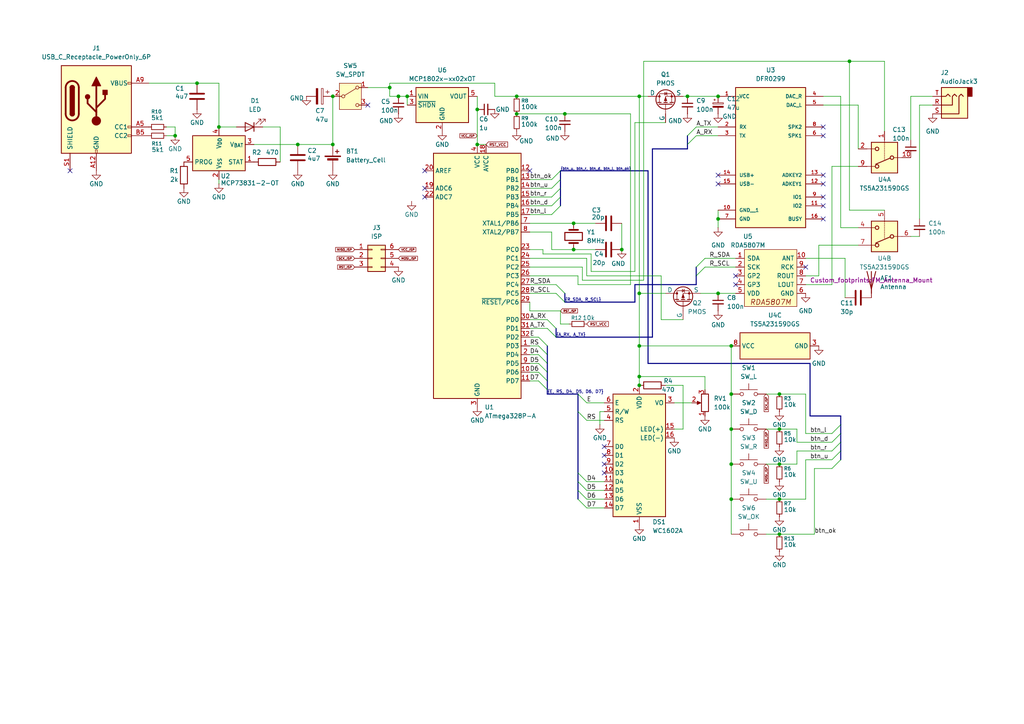
<source format=kicad_sch>
(kicad_sch (version 20250114) (generator "eeschema") (generator_version "9.0")
  (paper "A4")
  (junction (at 149.86 33.02))
  (junction (at 212.09 134.62))
  (junction (at 208.28 27.94))
  (junction (at 185.42 109.22))
  (junction (at 212.09 144.78))
  (junction (at 180.34 72.39))
  (junction (at 185.42 85.09))
  (junction (at 212.09 124.46))
  (junction (at 185.42 27.94))
  (junction (at 226.06 134.62))
  (junction (at 212.09 114.3))
  (junction (at 226.06 154.94))
  (junction (at 86.36 41.91))
  (junction (at 57.15 24.13))
  (junction (at 149.86 27.94))
  (junction (at 96.52 41.91))
  (junction (at 113.03 25.4))
  (junction (at 226.06 124.46))
  (junction (at 118.11 27.94))
  (junction (at 246.38 17.78))
  (junction (at 163.83 33.02))
  (junction (at 185.42 100.33))
  (junction (at 96.52 27.94))
  (junction (at 208.28 63.5))
  (junction (at 138.43 41.91))
  (junction (at 138.43 31.75))
  (junction (at 208.28 85.09))
  (junction (at 166.37 72.39))
  (junction (at 63.5 36.83))
  (junction (at 226.06 144.78))
  (junction (at 199.39 27.94))
  (junction (at 115.57 27.94))
  (junction (at 185.42 111.76))
  (junction (at 226.06 114.3))
  (junction (at 166.37 64.77))
  (junction (at 50.8 39.37))
  (junction (at 212.09 100.33))
  (no_connect (at 123.19 49.53))
  (no_connect (at 20.32 49.53))
  (no_connect (at 175.26 134.62))
  (no_connect (at 213.36 82.55))
  (no_connect (at 208.28 50.8))
  (no_connect (at 123.19 57.15))
  (no_connect (at 208.28 53.34))
  (no_connect (at 238.76 39.37))
  (no_connect (at 175.26 137.16))
  (no_connect (at 123.19 54.61))
  (no_connect (at 175.26 129.54))
  (no_connect (at 238.76 36.83))
  (no_connect (at 238.76 53.34))
  (no_connect (at 238.76 57.15))
  (no_connect (at 153.67 49.53))
  (no_connect (at 233.68 77.47))
  (no_connect (at 238.76 63.5))
  (no_connect (at 238.76 50.8))
  (no_connect (at 213.36 80.01))
  (no_connect (at 106.68 30.48))
  (no_connect (at 238.76 59.69))
  (no_connect (at 175.26 132.08))
  (bus_entry (at 167.64 139.7) (size 2.54 2.54))
  (bus_entry (at 162.56 54.61) (size -2.54 2.54))
  (bus_entry (at 162.56 52.07) (size -2.54 2.54))
  (bus_entry (at 167.64 144.78) (size 2.54 2.54))
  (bus_entry (at 199.39 39.37) (size 2.54 -2.54))
  (bus_entry (at 158.75 113.03) (size -2.54 -2.54))
  (bus_entry (at 158.75 105.41) (size -2.54 -2.54))
  (bus_entry (at 158.75 107.95) (size -2.54 -2.54))
  (bus_entry (at 162.56 59.69) (size -2.54 2.54))
  (bus_entry (at 243.84 130.81) (size -2.54 2.54))
  (bus_entry (at 243.84 128.27) (size -2.54 2.54))
  (bus_entry (at 158.75 102.87) (size -2.54 -2.54))
  (bus_entry (at 167.64 142.24) (size 2.54 2.54))
  (bus_entry (at 162.56 49.53) (size -2.54 2.54))
  (bus_entry (at 163.83 87.63) (size -2.54 -2.54))
  (bus_entry (at 163.83 85.09) (size -2.54 -2.54))
  (bus_entry (at 161.29 97.79) (size -2.54 -2.54))
  (bus_entry (at 158.75 100.33) (size -2.54 -2.54))
  (bus_entry (at 243.84 125.73) (size -2.54 2.54))
  (bus_entry (at 199.39 41.91) (size 2.54 -2.54))
  (bus_entry (at 243.84 133.35) (size -2.54 2.54))
  (bus_entry (at 158.75 110.49) (size -2.54 -2.54))
  (bus_entry (at 167.64 137.16) (size 2.54 2.54))
  (bus_entry (at 201.93 80.01) (size 2.54 -2.54))
  (bus_entry (at 167.64 114.3) (size 2.54 2.54))
  (bus_entry (at 167.64 119.38) (size 2.54 2.54))
  (bus_entry (at 201.93 77.47) (size 2.54 -2.54))
  (bus_entry (at 161.29 95.25) (size -2.54 -2.54))
  (bus_entry (at 162.56 57.15) (size -2.54 2.54))
  (bus_entry (at 243.84 123.19) (size -2.54 2.54))
  (wire (pts (xy 243.84 66.04) (xy 248.92 66.04)))
  (wire (pts (xy 48.26 39.37) (xy 50.8 39.37)))
  (wire (pts (xy 241.3 48.26) (xy 248.92 48.26)))
  (bus (pts (xy 162.56 52.07) (xy 162.56 49.53)))
  (wire (pts (xy 153.67 59.69) (xy 160.02 59.69)))
  (wire (pts (xy 163.83 33.02) (xy 182.88 33.02)))
  (wire (pts (xy 76.2 36.83) (xy 81.28 36.83)))
  (bus (pts (xy 167.64 142.24) (xy 167.64 144.78)))
  (bus (pts (xy 161.29 97.79) (xy 189.23 97.79)))
  (wire (pts (xy 170.18 80.01) (xy 191.77 80.01)))
  (bus (pts (xy 167.64 119.38) (xy 167.64 137.16)))
  (wire (pts (xy 50.8 39.37) (xy 50.8 36.83)))
  (wire (pts (xy 63.5 52.07) (xy 63.5 53.34)))
  (bus (pts (xy 158.75 100.33) (xy 158.75 102.87)))
  (wire (pts (xy 167.64 80.01) (xy 153.67 80.01)))
  (wire (pts (xy 168.91 77.47) (xy 168.91 81.28)))
  (bus (pts (xy 243.84 123.19) (xy 243.84 125.73)))
  (wire (pts (xy 43.18 24.13) (xy 57.15 24.13)))
  (wire (pts (xy 173.99 119.38) (xy 173.99 123.19)))
  (wire (pts (xy 170.18 80.01) (xy 170.18 74.93)))
  (wire (pts (xy 193.04 111.76) (xy 198.12 111.76)))
  (wire (pts (xy 231.14 134.62) (xy 231.14 130.81)))
  (wire (pts (xy 153.67 105.41) (xy 156.21 105.41)))
  (wire (pts (xy 171.45 73.66) (xy 157.48 73.66)))
  (wire (pts (xy 264.16 27.94) (xy 270.51 27.94)))
  (wire (pts (xy 186.69 17.78) (xy 186.69 81.28)))
  (wire (pts (xy 245.11 86.36) (xy 245.11 74.93)))
  (wire (pts (xy 212.09 100.33) (xy 212.09 114.3)))
  (wire (pts (xy 153.67 57.15) (xy 160.02 57.15)))
  (wire (pts (xy 226.06 134.62) (xy 231.14 134.62)))
  (wire (pts (xy 138.43 31.75) (xy 138.43 41.91)))
  (bus (pts (xy 199.39 39.37) (xy 199.39 41.91)))
  (wire (pts (xy 149.86 33.02) (xy 163.83 33.02)))
  (bus (pts (xy 163.83 87.63) (xy 184.15 87.63)))
  (wire (pts (xy 231.14 130.81) (xy 241.3 130.81)))
  (wire (pts (xy 167.64 82.55) (xy 167.64 80.01)))
  (wire (pts (xy 153.67 95.25) (xy 158.75 95.25)))
  (wire (pts (xy 162.56 93.98) (xy 165.1 93.98)))
  (wire (pts (xy 166.37 72.39) (xy 172.72 72.39)))
  (wire (pts (xy 248.92 71.12) (xy 237.49 71.12)))
  (wire (pts (xy 233.68 144.78) (xy 226.06 144.78)))
  (wire (pts (xy 191.77 92.71) (xy 191.77 80.01)))
  (wire (pts (xy 170.18 147.32) (xy 175.26 147.32)))
  (wire (pts (xy 236.22 135.89) (xy 236.22 154.94)))
  (wire (pts (xy 153.67 107.95) (xy 156.21 107.95)))
  (wire (pts (xy 86.36 41.91) (xy 96.52 41.91)))
  (wire (pts (xy 231.14 124.46) (xy 231.14 128.27)))
  (wire (pts (xy 180.34 64.77) (xy 180.34 72.39)))
  (bus (pts (xy 167.64 137.16) (xy 167.64 139.7)))
  (wire (pts (xy 157.48 72.39) (xy 157.48 73.66)))
  (wire (pts (xy 208.28 60.96) (xy 208.28 63.5)))
  (wire (pts (xy 238.76 27.94) (xy 243.84 27.94)))
  (wire (pts (xy 153.67 97.79) (xy 156.21 97.79)))
  (wire (pts (xy 63.5 24.13) (xy 63.5 36.83)))
  (bus (pts (xy 162.56 59.69) (xy 162.56 57.15)))
  (wire (pts (xy 231.14 128.27) (xy 241.3 128.27)))
  (wire (pts (xy 198.12 111.76) (xy 198.12 124.46)))
  (wire (pts (xy 264.16 27.94) (xy 264.16 40.64)))
  (wire (pts (xy 233.68 82.55) (xy 241.3 82.55)))
  (wire (pts (xy 241.3 135.89) (xy 236.22 135.89)))
  (wire (pts (xy 185.42 85.09) (xy 193.04 85.09)))
  (wire (pts (xy 153.67 85.09) (xy 161.29 85.09)))
  (wire (pts (xy 195.58 116.84) (xy 200.66 116.84)))
  (wire (pts (xy 243.84 27.94) (xy 243.84 66.04)))
  (bus (pts (xy 243.84 130.81) (xy 243.84 133.35)))
  (bus (pts (xy 184.15 82.55) (xy 201.93 82.55)))
  (bus (pts (xy 161.29 95.25) (xy 161.29 97.79)))
  (wire (pts (xy 50.8 36.83) (xy 48.26 36.83)))
  (wire (pts (xy 184.15 35.56) (xy 193.04 35.56)))
  (wire (pts (xy 153.67 52.07) (xy 160.02 52.07)))
  (wire (pts (xy 256.54 17.78) (xy 256.54 38.1)))
  (wire (pts (xy 185.42 109.22) (xy 185.42 111.76)))
  (wire (pts (xy 266.7 30.48) (xy 270.51 30.48)))
  (bus (pts (xy 167.64 139.7) (xy 167.64 142.24)))
  (wire (pts (xy 233.68 125.73) (xy 241.3 125.73)))
  (wire (pts (xy 182.88 33.02) (xy 182.88 82.55)))
  (wire (pts (xy 160.02 67.31) (xy 153.67 67.31)))
  (wire (pts (xy 246.38 17.78) (xy 256.54 17.78)))
  (bus (pts (xy 158.75 113.03) (xy 158.75 114.3)))
  (wire (pts (xy 246.38 17.78) (xy 246.38 60.96)))
  (wire (pts (xy 185.42 27.94) (xy 185.42 85.09)))
  (wire (pts (xy 106.68 25.4) (xy 113.03 25.4)))
  (bus (pts (xy 187.96 105.41) (xy 234.95 105.41)))
  (wire (pts (xy 264.16 68.58) (xy 266.7 68.58)))
  (wire (pts (xy 198.12 92.71) (xy 191.77 92.71)))
  (bus (pts (xy 201.93 77.47) (xy 201.93 80.01)))
  (wire (pts (xy 198.12 27.94) (xy 199.39 27.94)))
  (wire (pts (xy 63.5 36.83) (xy 68.58 36.83)))
  (wire (pts (xy 171.45 78.74) (xy 171.45 73.66)))
  (wire (pts (xy 173.99 119.38) (xy 175.26 119.38)))
  (wire (pts (xy 113.03 25.4) (xy 113.03 27.94)))
  (wire (pts (xy 237.49 80.01) (xy 233.68 80.01)))
  (wire (pts (xy 113.03 27.94) (xy 115.57 27.94)))
  (wire (pts (xy 248.92 30.48) (xy 248.92 43.18)))
  (bus (pts (xy 158.75 107.95) (xy 158.75 110.49)))
  (wire (pts (xy 160.02 72.39) (xy 166.37 72.39)))
  (wire (pts (xy 185.42 85.09) (xy 185.42 100.33)))
  (wire (pts (xy 204.47 113.03) (xy 204.47 109.22)))
  (wire (pts (xy 213.36 85.09) (xy 208.28 85.09)))
  (wire (pts (xy 171.45 78.74) (xy 184.15 78.74)))
  (bus (pts (xy 158.75 110.49) (xy 158.75 113.03)))
  (wire (pts (xy 203.2 85.09) (xy 208.28 85.09)))
  (wire (pts (xy 170.18 139.7) (xy 175.26 139.7)))
  (wire (pts (xy 226.06 154.94) (xy 236.22 154.94)))
  (wire (pts (xy 153.67 82.55) (xy 161.29 82.55)))
  (wire (pts (xy 204.47 109.22) (xy 185.42 109.22)))
  (wire (pts (xy 138.43 41.91) (xy 140.97 41.91)))
  (wire (pts (xy 226.06 124.46) (xy 222.25 124.46)))
  (wire (pts (xy 153.67 64.77) (xy 166.37 64.77)))
  (wire (pts (xy 153.67 110.49) (xy 156.21 110.49)))
  (bus (pts (xy 158.75 102.87) (xy 158.75 105.41)))
  (wire (pts (xy 226.06 134.62) (xy 222.25 134.62)))
  (bus (pts (xy 167.64 114.3) (xy 167.64 119.38)))
  (wire (pts (xy 212.09 144.78) (xy 212.09 154.94)))
  (bus (pts (xy 162.56 49.53) (xy 187.96 49.53)))
  (wire (pts (xy 185.42 100.33) (xy 185.42 109.22)))
  (wire (pts (xy 241.3 82.55) (xy 241.3 48.26)))
  (wire (pts (xy 208.28 63.5) (xy 208.28 66.04)))
  (bus (pts (xy 158.75 114.3) (xy 167.64 114.3)))
  (bus (pts (xy 158.75 105.41) (xy 158.75 107.95)))
  (wire (pts (xy 143.51 24.13) (xy 143.51 27.94)))
  (bus (pts (xy 187.96 49.53) (xy 187.96 105.41)))
  (wire (pts (xy 233.68 133.35) (xy 233.68 144.78)))
  (wire (pts (xy 186.69 17.78) (xy 246.38 17.78)))
  (wire (pts (xy 187.96 27.94) (xy 185.42 27.94)))
  (wire (pts (xy 204.47 77.47) (xy 213.36 77.47)))
  (wire (pts (xy 160.02 72.39) (xy 160.02 67.31)))
  (wire (pts (xy 153.67 74.93) (xy 170.18 74.93)))
  (wire (pts (xy 153.67 62.23) (xy 160.02 62.23)))
  (wire (pts (xy 81.28 36.83) (xy 81.28 46.99)))
  (wire (pts (xy 237.49 71.12) (xy 237.49 80.01)))
  (wire (pts (xy 226.06 144.78) (xy 222.25 144.78)))
  (wire (pts (xy 226.06 154.94) (xy 222.25 154.94)))
  (wire (pts (xy 153.67 92.71) (xy 158.75 92.71)))
  (bus (pts (xy 243.84 120.65) (xy 243.84 123.19)))
  (wire (pts (xy 153.67 102.87) (xy 156.21 102.87)))
  (wire (pts (xy 233.68 114.3) (xy 233.68 125.73)))
  (wire (pts (xy 153.67 87.63) (xy 153.67 90.17)))
  (wire (pts (xy 198.12 124.46) (xy 195.58 124.46)))
  (bus (pts (xy 189.23 43.18) (xy 199.39 43.18)))
  (wire (pts (xy 246.38 60.96) (xy 256.54 60.96)))
  (wire (pts (xy 226.06 114.3) (xy 222.25 114.3)))
  (wire (pts (xy 162.56 90.17) (xy 162.56 93.98)))
  (wire (pts (xy 153.67 54.61) (xy 160.02 54.61)))
  (wire (pts (xy 143.51 27.94) (xy 149.86 27.94)))
  (wire (pts (xy 204.47 74.93) (xy 213.36 74.93)))
  (wire (pts (xy 153.67 90.17) (xy 162.56 90.17)))
  (wire (pts (xy 170.18 142.24) (xy 175.26 142.24)))
  (wire (pts (xy 170.18 121.92) (xy 175.26 121.92)))
  (wire (pts (xy 226.06 124.46) (xy 231.14 124.46)))
  (wire (pts (xy 153.67 77.47) (xy 168.91 77.47)))
  (wire (pts (xy 157.48 72.39) (xy 153.67 72.39)))
  (wire (pts (xy 170.18 116.84) (xy 175.26 116.84)))
  (bus (pts (xy 162.56 57.15) (xy 162.56 54.61)))
  (wire (pts (xy 212.09 124.46) (xy 212.09 134.62)))
  (wire (pts (xy 199.39 27.94) (xy 208.28 27.94)))
  (bus (pts (xy 184.15 87.63) (xy 184.15 82.55)))
  (wire (pts (xy 184.15 35.56) (xy 184.15 78.74)))
  (bus (pts (xy 199.39 41.91) (xy 199.39 43.18)))
  (bus (pts (xy 234.95 120.65) (xy 243.84 120.65)))
  (bus (pts (xy 163.83 85.09) (xy 163.83 87.63)))
  (wire (pts (xy 96.52 27.94) (xy 96.52 41.91)))
  (wire (pts (xy 57.15 24.13) (xy 63.5 24.13)))
  (wire (pts (xy 212.09 134.62) (xy 212.09 144.78)))
  (wire (pts (xy 212.09 114.3) (xy 212.09 124.46)))
  (wire (pts (xy 233.68 74.93) (xy 245.11 74.93)))
  (bus (pts (xy 234.95 105.41) (xy 234.95 120.65)))
  (wire (pts (xy 118.11 27.94) (xy 118.11 30.48)))
  (wire (pts (xy 113.03 24.13) (xy 113.03 25.4)))
  (wire (pts (xy 238.76 30.48) (xy 248.92 30.48)))
  (wire (pts (xy 185.42 100.33) (xy 212.09 100.33)))
  (bus (pts (xy 162.56 54.61) (xy 162.56 52.07)))
  (bus (pts (xy 201.93 80.01) (xy 201.93 82.55)))
  (wire (pts (xy 226.06 114.3) (xy 233.68 114.3)))
  (wire (pts (xy 168.91 81.28) (xy 186.69 81.28)))
  (wire (pts (xy 170.18 144.78) (xy 175.26 144.78)))
  (wire (pts (xy 266.7 30.48) (xy 266.7 63.5)))
  (wire (pts (xy 149.86 27.94) (xy 185.42 27.94)))
  (bus (pts (xy 243.84 128.27) (xy 243.84 130.81)))
  (wire (pts (xy 113.03 24.13) (xy 143.51 24.13)))
  (bus (pts (xy 189.23 97.79) (xy 189.23 43.18)))
  (wire (pts (xy 166.37 64.77) (xy 172.72 64.77)))
  (wire (pts (xy 201.93 39.37) (xy 208.28 39.37)))
  (bus (pts (xy 243.84 125.73) (xy 243.84 128.27)))
  (wire (pts (xy 153.67 100.33) (xy 156.21 100.33)))
  (wire (pts (xy 201.93 36.83) (xy 208.28 36.83)))
  (wire (pts (xy 73.66 41.91) (xy 86.36 41.91)))
  (wire (pts (xy 115.57 27.94) (xy 118.11 27.94)))
  (wire (pts (xy 233.68 133.35) (xy 241.3 133.35)))
  (wire (pts (xy 182.88 82.55) (xy 167.64 82.55)))
  (wire (pts (xy 138.43 31.75) (xy 138.43 27.94)))
  (label "btn_l" (at 153.67 62.23 0))
  (label "btn_d" (at 153.67 59.69 0))
  (label "E" (at 153.67 97.79 0))
  (label "btn_l" (at 234.95 125.73 0))
  (label "D4" (at 170.18 139.7 0))
  (label "D5" (at 170.18 142.24 0))
  (label "btn_r" (at 234.95 130.81 0))
  (label "RS" (at 153.67 100.33 0))
  (label "{R_SDA, R_SCL}" (at 163.83 87.63 0) (effects (font (size 0.889 0.889))))
  (label "R_SDA" (at 205.74 74.93 0))
  (label "btn_u" (at 153.67 54.61 0))
  (label "D4" (at 153.67 102.87 0))
  (label "A_TX" (at 153.67 95.25 0))
  (label "A_RX" (at 201.93 39.37 0))
  (label "D7" (at 170.18 147.32 0))
  (label "btn_r" (at 153.67 57.15 0))
  (label "E" (at 170.18 116.84 0))
  (label "btn_ok" (at 236.22 154.94 0))
  (label "A_TX" (at 201.93 36.83 0))
  (label "btn_d" (at 234.95 128.27 0))
  (label "D5" (at 153.67 105.41 0))
  (label "D6" (at 153.67 107.95 0))
  (label "btn_ok" (at 153.67 52.07 0))
  (label "R_SDA" (at 153.67 82.55 0))
  (label "btn_u" (at 234.95 133.35 0))
  (label "R_SCL" (at 153.67 85.09 0))
  (label "D7" (at 153.67 110.49 0))
  (label "{btn_u, btn_r, btn_d, btn_l, btn_ok}" (at 162.56 49.53 0) (effects (font (size 0.762 0.762))))
  (label "R_SCL" (at 205.74 77.47 0))
  (label "D6" (at 170.18 144.78 0))
  (label "A_RX" (at 153.67 92.71 0))
  (label "RS" (at 170.18 121.92 0))
  (label "{E, RS, D4, D5, D6, D7}" (at 158.75 114.3 0) (effects (font (size 0.889 0.889))))
  (label "{A_RX, A_TX}" (at 161.29 97.79 0) (effects (font (size 0.889 0.889))))
  (global_label "MISO_ISP" (shape input) (at 102.87 72.39 180) (effects (font (size 0.635 0.635))) (property "Intersheetrefs" "${INTERSHEET_REFS}" (effects (hide yes))))
  (global_label "SCK_ISP" (shape input) (at 222.25 114.3 270) (effects (font (size 0.635 0.635))) (property "Intersheetrefs" "${INTERSHEET_REFS}" (effects (hide yes))))
  (global_label "MISO_ISP" (shape input) (at 222.25 124.46 270) (effects (font (size 0.635 0.635))) (property "Intersheetrefs" "${INTERSHEET_REFS}" (effects (hide yes))))
  (global_label "RST_VCC" (shape input) (at 170.18 93.98 0) (effects (font (size 0.762 0.762))) (property "Intersheetrefs" "${INTERSHEET_REFS}" (effects (hide yes))))
  (global_label "RST_ISP" (shape input) (at 162.56 90.17 0) (effects (font (size 0.635 0.635))) (property "Intersheetrefs" "${INTERSHEET_REFS}" (effects (hide yes))))
  (global_label "SCK_ISP" (shape input) (at 102.87 74.93 180) (effects (font (size 0.635 0.635))) (property "Intersheetrefs" "${INTERSHEET_REFS}" (effects (hide yes))))
  (global_label "RST_VCC" (shape input) (at 140.97 41.91 0) (effects (font (size 0.762 0.762))) (property "Intersheetrefs" "${INTERSHEET_REFS}" (effects (hide yes))))
  (global_label "VCC_ISP" (shape input) (at 115.57 72.39 0) (effects (font (size 0.635 0.635))) (property "Intersheetrefs" "${INTERSHEET_REFS}" (effects (hide yes))))
  (global_label "VCC_ISP" (shape input) (at 138.43 39.37 180) (effects (font (size 0.635 0.635))) (property "Intersheetrefs" "${INTERSHEET_REFS}" (effects (hide yes))))
  (global_label "MOSI_ISP" (shape input) (at 115.57 74.93 0) (effects (font (size 0.635 0.635))) (property "Intersheetrefs" "${INTERSHEET_REFS}" (effects (hide yes))))
  (global_label "MOSI_ISP" (shape input) (at 222.25 134.62 270) (effects (font (size 0.635 0.635))) (property "Intersheetrefs" "${INTERSHEET_REFS}" (effects (hide yes))))
  (global_label "RST_ISP" (shape input) (at 102.87 77.47 180) (effects (font (size 0.635 0.635))) (property "Intersheetrefs" "${INTERSHEET_REFS}" (effects (hide yes))))
  (symbol (lib_id "Device:R_Small") (at 226.06 116.84 0) (unit 1)
    (property "Reference" "R3" (at 227.33 115.57 0) (effects (font (size 1.016 1.016)) (justify left)))
    (property "Value" "10k" (at 227.33 117.348 0) (effects (justify left)))
    (property "Footprint" "Resistor_SMD:R_0805_2012Metric_Pad1.20x1.40mm_HandSolder" (effects (hide yes)))
    (property "Description" "Resistor, small symbol" (effects (hide yes)))
  )
  (symbol (lib_id "Device:R_Small") (at 149.86 35.56 0) (unit 1)
    (property "Reference" "R9" (at 151.13 34.29 0) (effects (font (size 1.016 1.016)) (justify left)))
    (property "Value" "100k" (at 151.13 36.068 0) (effects (justify left)))
    (property "Footprint" "Resistor_SMD:R_0805_2012Metric_Pad1.20x1.40mm_HandSolder" (effects (hide yes)))
    (property "Description" "Resistor, small symbol" (effects (hide yes)))
  )
  (symbol (lib_id "Device:C_Polarized") (at 92.71 27.94 270) (unit 1)
    (property "Reference" "C7" (at 91.44 32.1309 90) (effects (justify left)))
    (property "Value" "47u" (at 91.44 34.6709 90) (effects (justify left)))
    (property "Footprint" "Capacitor_THT:CP_Radial_D5.0mm_P2.50mm" (effects (hide yes)))
    (property "Description" "Polarized capacitor" (effects (hide yes)))
  )
  (symbol (lib_id "power:GND") (at 270.51 33.02 0) (unit 1)
    (property "Reference" "#PWR021" (effects (hide yes)))
    (property "Value" "GND" (at 270.51 38.1 0))
    (property "Description" "Power symbol creates a global label with name \"GND\" , ground" (effects (hide yes)))
  )
  (symbol (lib_id "Device:R") (at 53.34 50.8 180) (unit 1)
    (property "Reference" "R1" (at 50.546 49.53 0))
    (property "Value" "2k" (at 50.546 52.07 0))
    (property "Footprint" "Resistor_SMD:R_0805_2012Metric_Pad1.20x1.40mm_HandSolder" (effects (hide yes)))
    (property "Description" "Resistor" (effects (hide yes)))
  )
  (symbol (lib_id "power:GND") (at 204.47 120.65 0) (unit 1)
    (property "Reference" "#PWR014" (effects (hide yes)))
    (property "Value" "GND" (at 204.47 124.46 0))
    (property "Description" "Power symbol creates a global label with name \"GND\" , ground" (effects (hide yes)))
  )
  (symbol (lib_id "Device:C_Small") (at 266.7 66.04 0) (unit 1)
    (property "Reference" "C14" (at 269.24 64.7762 0) (effects (justify left)))
    (property "Value" "100n" (at 269.24 67.3162 0) (effects (justify left)))
    (property "Footprint" "Capacitor_SMD:C_0805_2012Metric_Pad1.18x1.45mm_HandSolder" (effects (hide yes)))
    (property "Description" "Unpolarized capacitor, small symbol" (effects (hide yes)))
  )
  (symbol (lib_id "Device:C_Small") (at 140.97 31.75 90) (unit 1)
    (property "Reference" "C6" (at 138.938 34.544 90) (effects (justify right)))
    (property "Value" "1u" (at 138.938 37.084 90) (effects (justify right)))
    (property "Footprint" "Capacitor_SMD:C_0805_2012Metric_Pad1.18x1.45mm_HandSolder" (effects (hide yes)))
    (property "Description" "Unpolarized capacitor, small symbol" (effects (hide yes)))
  )
  (symbol (lib_id "Custom_symbols:RDA5807M") (at 215.9 72.39 0) (unit 1)
    (property "Reference" "U5" (at 216.916 68.58 0))
    (property "Value" "RDA5807M" (at 216.916 71.12 0))
    (property "Footprint" "Custom_footprints:RDA5807M Module" (effects (hide yes)))
  )
  (symbol (lib_id "power:GND") (at 208.28 33.02 0) (unit 1)
    (property "Reference" "#PWR033" (effects (hide yes)))
    (property "Value" "GND" (at 211.582 33.782 0))
    (property "Description" "Power symbol creates a global label with name \"GND\" , ground" (effects (hide yes)))
  )
  (symbol (lib_id "Device:R") (at 189.23 111.76 90) (unit 1)
    (property "Reference" "R4" (at 193.802 110.49 90))
    (property "Value" "470" (at 193.802 113.03 90))
    (property "Footprint" "Resistor_SMD:R_0805_2012Metric_Pad1.20x1.40mm_HandSolder" (effects (hide yes)))
    (property "Description" "Resistor" (effects (hide yes)))
  )
  (symbol (lib_id "power:GND") (at 63.5 53.34 0) (unit 1)
    (property "Reference" "#PWR02" (effects (hide yes)))
    (property "Value" "GND" (at 63.5 57.15 0))
    (property "Description" "Power symbol creates a global label with name \"GND\" , ground" (effects (hide yes)))
  )
  (symbol (lib_id "Device:Crystal") (at 166.37 68.58 90) (unit 1)
    (property "Reference" "Y1" (at 170.18 67.3099 90) (effects (justify right)))
    (property "Value" "8MHz" (at 170.18 69.8499 90) (effects (justify right)))
    (property "Footprint" "Crystal:Crystal_HC49-4H_Vertical" (effects (hide yes)))
    (property "Description" "Two pin crystal" (effects (hide yes)))
  )
  (symbol (lib_id "Device:C") (at 176.53 64.77 90) (unit 1)
    (property "Reference" "C3" (at 172.974 60.96 90))
    (property "Value" "20p" (at 173.482 62.992 90))
    (property "Footprint" "Capacitor_SMD:C_0805_2012Metric_Pad1.18x1.45mm_HandSolder" (effects (hide yes)))
    (property "Description" "Unpolarized capacitor" (effects (hide yes)))
  )
  (symbol (lib_id "power:GND") (at 173.99 123.19 0) (unit 1)
    (property "Reference" "#PWR029" (effects (hide yes)))
    (property "Value" "GND" (at 173.99 127 0))
    (property "Description" "Power symbol creates a global label with name \"GND\" , ground" (effects (hide yes)))
  )
  (symbol (lib_id "Device:R_Potentiometer") (at 204.47 116.84 180) (unit 1)
    (property "Reference" "RV1" (at 207.01 115.5699 0) (effects (justify right)))
    (property "Value" "100k" (at 207.01 118.1099 0) (effects (justify right)))
    (property "Footprint" "Potentiometer_THT:Potentiometer_Bourns_3339P_Vertical" (effects (hide yes)))
    (property "Description" "Potentiometer" (effects (hide yes)))
  )
  (symbol (lib_id "power:GND") (at 237.49 100.33 0) (unit 1)
    (property "Reference" "#PWR018" (effects (hide yes)))
    (property "Value" "GND" (at 237.49 105.41 0))
    (property "Description" "Power symbol creates a global label with name \"GND\" , ground" (effects (hide yes)))
  )
  (symbol (lib_id "Device:C_Small") (at 115.57 30.48 0) (unit 1)
    (property "Reference" "C5" (at 110.49 29.464 0) (effects (justify left)))
    (property "Value" "100n" (at 110.49 32.004 0) (effects (justify left)))
    (property "Footprint" "Capacitor_SMD:C_0805_2012Metric_Pad1.18x1.45mm_HandSolder" (effects (hide yes)))
    (property "Description" "Unpolarized capacitor, small symbol" (effects (hide yes)))
  )
  (symbol (lib_id "Connector_Audio:AudioJack3") (at 275.59 30.48 180) (unit 1)
    (property "Reference" "J2" (at 272.796 21.082 0) (effects (justify right)))
    (property "Value" "AudioJack3" (at 272.796 23.622 0) (effects (justify right)))
    (property "Footprint" "Connector_Audio:Jack_3.5mm_CUI_SJ-3523-SMT_Horizontal" (effects (hide yes)))
    (property "Description" "Audio Jack, 3 Poles (Stereo / TRS)" (effects (hide yes)))
  )
  (symbol (lib_id "power:GND") (at 226.06 160.02 0) (unit 1)
    (property "Reference" "#PWR031" (effects (hide yes)))
    (property "Value" "GND" (at 226.06 163.83 0))
    (property "Description" "Power symbol creates a global label with name \"GND\" , ground" (effects (hide yes)))
  )
  (symbol (lib_id "MCU_Microchip_ATmega:ATmega328P-A") (at 138.43 80.01 0) (unit 1)
    (property "Reference" "U1" (at 140.5733 118.11 0) (effects (justify left)))
    (property "Value" "ATmega328P-A" (at 140.5733 120.65 0) (effects (justify left)))
    (property "Footprint" "Package_QFP:TQFP-32_7x7mm_P0.8mm" (effects (hide yes)))
    (property "Datasheet" "http://ww1.microchip.com/downloads/en/DeviceDoc/ATmega328_P%20AVR%20MCU%20with%20picoPower%20Technology%20Data%20Sheet%2040001984A.pdf" (effects (hide yes)))
    (property "Description" "20MHz, 32kB Flash, 2kB SRAM, 1kB EEPROM, TQFP-32" (effects (hide yes)))
  )
  (symbol (lib_id "Switch:SW_SPDT") (at 101.6 27.94 0) (unit 1)
    (property "Reference" "SW5" (at 101.6 19.05 0))
    (property "Value" "SW_SPDT" (at 101.6 21.59 0))
    (property "Footprint" "Button_Switch_THT:SW_Slide_SPDT_Angled_CK_OS102011MA1Q" (effects (hide yes)))
    (property "Description" "Switch, single pole double throw" (effects (hide yes)))
  )
  (symbol (lib_id "power:GND") (at 233.68 85.09 0) (unit 1)
    (property "Reference" "#PWR04" (effects (hide yes)))
    (property "Value" "GND" (at 233.68 90.17 0))
    (property "Description" "Power symbol creates a global label with name \"GND\" , ground" (effects (hide yes)))
  )
  (symbol (lib_id "power:GND") (at 115.57 77.47 0) (unit 1)
    (property "Reference" "#PWR030" (effects (hide yes)))
    (property "Value" "GND" (at 115.57 81.28 0))
    (property "Description" "Power symbol creates a global label with name \"GND\" , ground" (effects (hide yes)))
  )
  (symbol (lib_id "Device:R_Small") (at 226.06 137.16 0) (unit 1)
    (property "Reference" "R6" (at 227.33 135.89 0) (effects (font (size 1.016 1.016)) (justify left)))
    (property "Value" "10k" (at 227.33 137.668 0) (effects (justify left)))
    (property "Footprint" "Resistor_SMD:R_0805_2012Metric_Pad1.20x1.40mm_HandSolder" (effects (hide yes)))
    (property "Description" "Resistor, small symbol" (effects (hide yes)))
  )
  (symbol (lib_id "Device:R_Small") (at 167.64 93.98 90) (unit 1)
    (property "Reference" "R12" (at 165.608 92.202 90) (effects (font (size 1.016 1.016)) (justify right)))
    (property "Value" "10k" (at 168.91 92.202 90) (effects (justify right)))
    (property "Footprint" "Resistor_SMD:R_0805_2012Metric_Pad1.20x1.40mm_HandSolder" (effects (hide yes)))
    (property "Description" "Resistor, small symbol" (effects (hide yes)))
  )
  (symbol (lib_id "Connector:USB_C_Receptacle_PowerOnly_6P") (at 27.94 31.75 0) (unit 1)
    (property "Reference" "J1" (at 27.94 13.97 0))
    (property "Value" "USB_C_Receptacle_PowerOnly_6P" (at 27.94 16.51 0))
    (property "Footprint" "Connector_USB:USB_C_Receptacle_GCT_USB4125-xx-x-0190_6P_TopMnt_Horizontal" (effects (hide yes)))
    (property "Datasheet" "https://www.usb.org/sites/default/files/documents/usb_type-c.zip" (effects (hide yes)))
    (property "Description" "USB Power-Only 6P Type-C Receptacle connector" (effects (hide yes)))
  )
  (symbol (lib_id "power:GND") (at 86.36 49.53 0) (unit 1)
    (property "Reference" "#PWR07" (effects (hide yes)))
    (property "Value" "GND" (at 86.36 53.34 0))
    (property "Description" "Power symbol creates a global label with name \"GND\" , ground" (effects (hide yes)))
  )
  (symbol (lib_id "Device:C_Small") (at 199.39 30.48 0) (unit 1)
    (property "Reference" "C9" (at 201.93 29.2162 0) (effects (justify left)))
    (property "Value" "100n" (at 201.93 31.7562 0) (effects (justify left)))
    (property "Footprint" "Capacitor_SMD:C_0805_2012Metric_Pad1.18x1.45mm_HandSolder" (effects (hide yes)))
    (property "Description" "Unpolarized capacitor, small symbol" (effects (hide yes)))
  )
  (symbol (lib_id "Connector_Generic:Conn_02x03_Counter_Clockwise") (at 107.95 74.93 0) (unit 1)
    (property "Reference" "J3" (at 109.22 66.04 0))
    (property "Value" "ISP" (at 109.22 68.58 0))
    (property "Footprint" "Connector_PinHeader_2.54mm:PinHeader_2x03_P2.54mm_Vertical" (effects (hide yes)))
    (property "Description" "Generic connector, double row, 02x03, counter clockwise pin numbering scheme (similar to DIP package numbering), script generated (kicad-library-utils/schlib/autogen/connector/)" (effects (hide yes)))
  )
  (symbol (lib_id "power:GND") (at 195.58 127 0) (unit 1)
    (property "Reference" "#PWR012" (effects (hide yes)))
    (property "Value" "GND" (at 195.58 130.81 0))
    (property "Description" "Power symbol creates a global label with name \"GND\" , ground" (effects (hide yes)))
  )
  (symbol (lib_id "Switch:SW_Push") (at 217.17 144.78 0) (unit 1)
    (property "Reference" "SW4" (at 217.17 137.16 0))
    (property "Value" "SW_U" (at 217.17 139.7 0))
    (property "Footprint" "Button_Switch_SMD:SW_Push_1P1T_NO_CK_KSC9xxG" (effects (hide yes)))
    (property "Description" "Push button switch, generic, two pins" (effects (hide yes)))
  )
  (symbol (lib_id "Battery_Management:MCP73831-2-OT") (at 63.5 44.45 0) (unit 1)
    (property "Reference" "U2" (at 64.008 51.054 0) (effects (justify left)))
    (property "Value" "MCP73831-2-OT" (at 64.008 53.086 0) (effects (justify left)))
    (property "Footprint" "Package_TO_SOT_SMD:SOT-23-5" (effects (hide yes)))
    (property "Datasheet" "http://ww1.microchip.com/downloads/en/DeviceDoc/20001984g.pdf" (effects (hide yes)))
    (property "Description" "Single cell, Li-Ion/Li-Po charge management controller, 4.20V, Tri-State Status Output, in SOT23-5 package" (effects (hide yes)))
  )
  (symbol (lib_id "Analog_Switch:TS5A23159DGS") (at 256.54 45.72 180) (unit 1)
    (property "Reference" "U4" (at 256.54 52.07 0))
    (property "Value" "TS5A23159DGS" (at 256.54 54.61 0))
    (property "Footprint" "Package_SO:VSSOP-10_3x3mm_P0.5mm" (effects (hide yes)))
    (property "Datasheet" "http://www.ti.com/lit/ds/symlink/ts5a23159.pdf" (effects (hide yes)))
    (property "Description" "Dual SPDT 1ohm Bidirectional Analog Switch with Off protection, VSSOP-10" (effects (hide yes)))
  )
  (symbol (lib_id "power:GND") (at 57.15 31.75 0) (unit 1)
    (property "Reference" "#PWR03" (effects (hide yes)))
    (property "Value" "GND" (at 57.15 35.56 0))
    (property "Description" "Power symbol creates a global label with name \"GND\" , ground" (effects (hide yes)))
  )
  (symbol (lib_id "power:GND") (at 128.27 38.1 0) (unit 1)
    (property "Reference" "#PWR010" (effects (hide yes)))
    (property "Value" "GND" (at 128.27 41.91 0))
    (property "Description" "Power symbol creates a global label with name \"GND\" , ground" (effects (hide yes)))
  )
  (symbol (lib_id "Display_Character:WC1602A") (at 185.42 132.08 0) (unit 1)
    (property "Reference" "DS1" (at 189.23 151.384 0) (effects (justify left)))
    (property "Value" "WC1602A" (at 189.23 153.924 0) (effects (justify left)))
    (property "Footprint" "Connector_PinSocket_2.54mm:PinSocket_1x16_P2.54mm_Vertical" (effects (hide yes)))
    (property "Datasheet" "http://www.wincomlcd.com/pdf/WC1602A-SFYLYHTC06.pdf" (effects (hide yes)))
    (property "Description" "LCD 16x2 Alphanumeric , 8 bit parallel bus, 5V VDD" (effects (hide yes)))
  )
  (symbol (lib_id "Device:C_Polarized_Small") (at 208.28 30.48 0) (unit 1)
    (property "Reference" "C12" (at 210.82 28.6638 0) (effects (justify left)))
    (property "Value" "47u" (at 210.82 31.2038 0) (effects (justify left)))
    (property "Footprint" "Capacitor_THT:CP_Radial_D5.0mm_P2.50mm" (effects (hide yes)))
    (property "Description" "Polarized capacitor, small symbol" (effects (hide yes)))
  )
  (symbol (lib_id "power:GND") (at 50.8 39.37 0) (unit 1)
    (property "Reference" "#PWR028" (effects (hide yes)))
    (property "Value" "GND" (at 50.8 43.18 0))
    (property "Description" "Power symbol creates a global label with name \"GND\" , ground" (effects (hide yes)))
  )
  (symbol (lib_id "Analog_Switch:TS5A23159DGS") (at 256.54 68.58 180) (unit 2)
    (property "Reference" "U4" (at 256.54 74.93 0))
    (property "Value" "TS5A23159DGS" (at 256.54 77.47 0))
    (property "Footprint" "Package_SO:VSSOP-10_3x3mm_P0.5mm" (effects (hide yes)))
    (property "Datasheet" "http://www.ti.com/lit/ds/symlink/ts5a23159.pdf" (effects (hide yes)))
    (property "Description" "Dual SPDT 1ohm Bidirectional Analog Switch with Off protection, VSSOP-10" (effects (hide yes)))
  )
  (symbol (lib_id "Device:C") (at 86.36 45.72 0) (unit 1)
    (property "Reference" "C2" (at 89.154 43.688 0) (effects (justify left)))
    (property "Value" "4u7" (at 89.154 45.974 0) (effects (justify left)))
    (property "Footprint" "Capacitor_SMD:C_0805_2012Metric_Pad1.18x1.45mm_HandSolder" (effects (hide yes)))
    (property "Description" "Unpolarized capacitor" (effects (hide yes)))
  )
  (symbol (lib_id "Switch:SW_Push") (at 217.17 114.3 0) (unit 1)
    (property "Reference" "SW1" (at 217.17 106.68 0))
    (property "Value" "SW_L" (at 217.17 109.22 0))
    (property "Footprint" "Button_Switch_SMD:SW_Push_1P1T_NO_CK_KSC9xxG" (effects (hide yes)))
    (property "Description" "Push button switch, generic, two pins" (effects (hide yes)))
  )
  (symbol (lib_id "power:GND") (at 115.57 33.02 0) (unit 1)
    (property "Reference" "#PWR015" (effects (hide yes)))
    (property "Value" "GND" (at 112.014 35.052 0))
    (property "Description" "Power symbol creates a global label with name \"GND\" , ground" (effects (hide yes)))
  )
  (symbol (lib_id "Device:C_Small") (at 208.28 87.63 0) (unit 1)
    (property "Reference" "C8" (at 210.82 86.3662 0) (effects (justify left)))
    (property "Value" "100n" (at 210.82 88.9062 0) (effects (justify left)))
    (property "Footprint" "Capacitor_SMD:C_0805_2012Metric_Pad1.18x1.45mm_HandSolder" (effects (hide yes)))
    (property "Description" "Unpolarized capacitor, small symbol" (effects (hide yes)))
  )
  (symbol (lib_id "Device:LED") (at 72.39 36.83 180) (unit 1)
    (property "Reference" "D1" (at 73.9775 29.21 0))
    (property "Value" "LED" (at 73.9775 31.75 0))
    (property "Footprint" "LED_THT:LED_D5.0mm" (effects (hide yes)))
    (property "Description" "Light emitting diode" (effects (hide yes)))
    (property "Sim.Pins" "1=K 2=A" (effects (hide yes)))
  )
  (symbol (lib_id "Device:R_Small") (at 226.06 147.32 0) (unit 1)
    (property "Reference" "R7" (at 227.33 146.05 0) (effects (font (size 1.016 1.016)) (justify left)))
    (property "Value" "10k" (at 227.33 147.828 0) (effects (justify left)))
    (property "Footprint" "Resistor_SMD:R_0805_2012Metric_Pad1.20x1.40mm_HandSolder" (effects (hide yes)))
    (property "Description" "Resistor, small symbol" (effects (hide yes)))
  )
  (symbol (lib_id "power:GND") (at 163.83 38.1 0) (unit 1)
    (property "Reference" "#PWR027" (effects (hide yes)))
    (property "Value" "GND" (at 160.274 40.132 0))
    (property "Description" "Power symbol creates a global label with name \"GND\" , ground" (effects (hide yes)))
  )
  (symbol (lib_id "Analog_Switch:TS5A23159DGS") (at 224.79 100.33 90) (unit 3)
    (property "Reference" "U4" (at 224.79 91.44 90))
    (property "Value" "TS5A23159DGS" (at 224.79 93.98 90))
    (property "Footprint" "Package_SO:VSSOP-10_3x3mm_P0.5mm" (effects (hide yes)))
    (property "Datasheet" "http://www.ti.com/lit/ds/symlink/ts5a23159.pdf" (effects (hide yes)))
    (property "Description" "Dual SPDT 1ohm Bidirectional Analog Switch with Off protection, VSSOP-10" (effects (hide yes)))
  )
  (symbol (lib_id "Custom_symbols:DFR0299") (at 223.52 43.18 0) (unit 1)
    (property "Reference" "U3" (at 223.52 20.32 0))
    (property "Value" "DFR0299" (at 223.52 22.86 0))
    (property "Footprint" "Custom_footprints:MODULE_DFR0299" (effects (hide yes)))
    (property "Description" "Dfplayer - a Mini Mp3 Player" (effects (hide yes)))
    (property "MF" "DFRobot" (effects (hide yes)))
    (property "PACKAGE" "None" (effects (hide yes)))
    (property "PRICE" "None" (effects (hide yes)))
    (property "MP" "DFR0299" (effects (hide yes)))
    (property "AVAILABILITY" "Unavailable" (effects (hide yes)))
  )
  (symbol (lib_id "Device:R_Small") (at 226.06 157.48 0) (unit 1)
    (property "Reference" "R13" (at 227.33 156.21 0) (effects (font (size 1.016 1.016)) (justify left)))
    (property "Value" "10k" (at 227.33 157.988 0) (effects (justify left)))
    (property "Footprint" "Resistor_SMD:R_0805_2012Metric_Pad1.20x1.40mm_HandSolder" (effects (hide yes)))
    (property "Description" "Resistor, small symbol" (effects (hide yes)))
  )
  (symbol (lib_id "power:GND") (at 96.52 49.53 0) (unit 1)
    (property "Reference" "#PWR01" (effects (hide yes)))
    (property "Value" "GND" (at 96.52 53.34 0))
    (property "Description" "Power symbol creates a global label with name \"GND\" , ground" (effects (hide yes)))
  )
  (symbol (lib_id "power:GND") (at 27.94 49.53 0) (unit 1)
    (property "Reference" "#PWR05" (effects (hide yes)))
    (property "Value" "GND" (at 27.94 53.34 0))
    (property "Description" "Power symbol creates a global label with name \"GND\" , ground" (effects (hide yes)))
  )
  (symbol (lib_id "Device:R_Small") (at 226.06 127 0) (unit 1)
    (property "Reference" "R5" (at 227.33 125.73 0) (effects (font (size 1.016 1.016)) (justify left)))
    (property "Value" "10k" (at 227.33 127.508 0) (effects (justify left)))
    (property "Footprint" "Resistor_SMD:R_0805_2012Metric_Pad1.20x1.40mm_HandSolder" (effects (hide yes)))
    (property "Description" "Resistor, small symbol" (effects (hide yes)))
  )
  (symbol (lib_id "Device:C") (at 248.92 86.36 90) (unit 1)
    (property "Reference" "C11" (at 245.618 87.884 90))
    (property "Value" "30p" (at 245.618 90.424 90))
    (property "Footprint" "Capacitor_SMD:C_0805_2012Metric_Pad1.18x1.45mm_HandSolder" (effects (hide yes)))
    (property "Description" "Unpolarized capacitor" (effects (hide yes)))
  )
  (symbol (lib_id "power:GND") (at 149.86 38.1 0) (unit 1)
    (property "Reference" "#PWR026" (effects (hide yes)))
    (property "Value" "GND" (at 152.654 40.894 0))
    (property "Description" "Power symbol creates a global label with name \"GND\" , ground" (effects (hide yes)))
  )
  (symbol (lib_id "power:GND") (at 143.51 31.75 0) (unit 1)
    (property "Reference" "#PWR025" (effects (hide yes)))
    (property "Value" "GND" (at 145.796 31.75 0))
    (property "Description" "Power symbol creates a global label with name \"GND\" , ground" (effects (hide yes)))
  )
  (symbol (lib_id "power:GND") (at 53.34 54.61 0) (unit 1)
    (property "Reference" "#PWR06" (effects (hide yes)))
    (property "Value" "GND" (at 53.34 58.42 0))
    (property "Description" "Power symbol creates a global label with name \"GND\" , ground" (effects (hide yes)))
  )
  (symbol (lib_id "power:GND") (at 138.43 118.11 0) (unit 1)
    (property "Reference" "#PWR09" (effects (hide yes)))
    (property "Value" "GND" (at 138.43 121.92 0))
    (property "Description" "Power symbol creates a global label with name \"GND\" , ground" (effects (hide yes)))
  )
  (symbol (lib_id "power:GND") (at 226.06 149.86 0) (unit 1)
    (property "Reference" "#PWR024" (effects (hide yes)))
    (property "Value" "GND" (at 226.06 153.67 0))
    (property "Description" "Power symbol creates a global label with name \"GND\" , ground" (effects (hide yes)))
  )
  (symbol (lib_id "power:GND") (at 226.06 129.54 0) (unit 1)
    (property "Reference" "#PWR022" (effects (hide yes)))
    (property "Value" "GND" (at 226.06 133.35 0))
    (property "Description" "Power symbol creates a global label with name \"GND\" , ground" (effects (hide yes)))
  )
  (symbol (lib_id "Device:Antenna") (at 252.73 81.28 0) (unit 1)
    (property "Reference" "AE1" (at 255.27 80.6449 0) (effects (justify left)))
    (property "Value" "Antenna" (at 255.27 83.1849 0) (effects (justify left)))
    (property "Footprint" "Custom_footprints:FM_Antenna_Mount" (at 252.73 81.28 0))
    (property "Description" "Antenna" (effects (hide yes)))
  )
  (symbol (lib_id "power:GND") (at 208.28 66.04 0) (unit 1)
    (property "Reference" "#PWR017" (effects (hide yes)))
    (property "Value" "GND" (at 208.28 71.12 0))
    (property "Description" "Power symbol creates a global label with name \"GND\" , ground" (effects (hide yes)))
  )
  (symbol (lib_id "Device:Battery_Cell") (at 96.52 46.99 0) (unit 1)
    (property "Reference" "BT1" (at 100.33 43.8784 0) (effects (justify left)))
    (property "Value" "Battery_Cell" (at 100.33 46.4184 0) (effects (justify left)))
    (property "Footprint" "Connector_JST:JST_PH_B2B-PH-K_1x02_P2.00mm_Vertical" (effects (hide yes)))
    (property "Description" "Single-cell battery" (effects (hide yes)))
  )
  (symbol (lib_id "power:GND") (at 185.42 152.4 0) (unit 1)
    (property "Reference" "#PWR011" (effects (hide yes)))
    (property "Value" "GND" (at 185.42 156.21 0))
    (property "Description" "Power symbol creates a global label with name \"GND\" , ground" (effects (hide yes)))
  )
  (symbol (lib_id "power:GND") (at 88.9 27.94 0) (unit 1)
    (property "Reference" "#PWR016" (effects (hide yes)))
    (property "Value" "GND" (at 86.106 28.448 0))
    (property "Description" "Power symbol creates a global label with name \"GND\" , ground" (effects (hide yes)))
  )
  (symbol (lib_id "Regulator_Linear:MCP1802x-xx02xOT") (at 128.27 30.48 0) (unit 1)
    (property "Reference" "U6" (at 128.27 20.32 0))
    (property "Value" "MCP1802x-xx02xOT" (at 128.27 22.86 0))
    (property "Footprint" "Package_TO_SOT_SMD:SOT-23-5" (effects (hide yes)))
    (property "Datasheet" "http://ww1.microchip.com/downloads/en/DeviceDoc/22053C.pdf" (effects (hide yes)))
    (property "Description" "150mA, Tiny CMOS LDO With Shutdown, Fixed Voltage, SOT-23-5" (effects (hide yes)))
  )
  (symbol (lib_id "power:GND") (at 199.39 33.02 0) (unit 1)
    (property "Reference" "#PWR019" (effects (hide yes)))
    (property "Value" "GND" (at 195.834 35.052 0))
    (property "Description" "Power symbol creates a global label with name \"GND\" , ground" (effects (hide yes)))
  )
  (symbol (lib_id "Device:C") (at 57.15 27.94 0) (unit 1)
    (property "Reference" "C1" (at 50.8 25.654 0) (effects (justify left)))
    (property "Value" "4u7" (at 50.8 27.94 0) (effects (justify left)))
    (property "Footprint" "Capacitor_SMD:C_0805_2012Metric_Pad1.18x1.45mm_HandSolder" (effects (hide yes)))
    (property "Description" "Unpolarized capacitor" (effects (hide yes)))
  )
  (symbol (lib_id "power:GND") (at 180.34 72.39 0) (unit 1)
    (property "Reference" "#PWR08" (effects (hide yes)))
    (property "Value" "GND" (at 179.324 76.454 0))
    (property "Description" "Power symbol creates a global label with name \"GND\" , ground" (effects (hide yes)))
  )
  (symbol (lib_id "power:GND") (at 226.06 119.38 0) (unit 1)
    (property "Reference" "#PWR013" (effects (hide yes)))
    (property "Value" "GND" (at 226.06 123.19 0))
    (property "Description" "Power symbol creates a global label with name \"GND\" , ground" (effects (hide yes)))
  )
  (symbol (lib_id "Switch:SW_Push") (at 217.17 124.46 0) (unit 1)
    (property "Reference" "SW2" (at 217.17 116.84 0))
    (property "Value" "SW_D" (at 217.17 119.38 0))
    (property "Footprint" "Button_Switch_SMD:SW_Push_1P1T_NO_CK_KSC9xxG" (effects (hide yes)))
    (property "Description" "Push button switch, generic, two pins" (effects (hide yes)))
  )
  (symbol (lib_id "Device:R_Small") (at 45.72 36.83 90) (unit 1)
    (property "Reference" "R10" (at 43.815 32.385 90) (effects (font (size 1.016 1.016)) (justify right)))
    (property "Value" "5k1" (at 43.815 34.163 90) (effects (justify right)))
    (property "Footprint" "Resistor_SMD:R_0805_2012Metric_Pad1.20x1.40mm_HandSolder" (effects (hide yes)))
    (property "Description" "Resistor, small symbol" (effects (hide yes)))
  )
  (symbol (lib_id "Simulation_SPICE:PMOS") (at 193.04 30.48 90) (unit 1)
    (property "Reference" "Q1" (at 193.04 21.59 90))
    (property "Value" "PMOS" (at 193.04 24.13 90))
    (property "Footprint" "Package_TO_SOT_SMD:SOT-23_Handsoldering" (effects (hide yes)))
    (property "Datasheet" "https://ngspice.sourceforge.io/docs/ngspice-html-manual/manual.xhtml#cha_MOSFETs" (effects (hide yes)))
    (property "Description" "P-MOSFET transistor, drain/source/gate" (effects (hide yes)))
    (property "Sim.Device" "PMOS" (effects (hide yes)))
    (property "Sim.Type" "VDMOS" (effects (hide yes)))
    (property "Sim.Pins" "1=D 2=G 3=S" (effects (hide yes)))
  )
  (symbol (lib_id "Device:R_Small") (at 45.72 39.37 90) (unit 1)
    (property "Reference" "R11" (at 43.942 41.656 90) (effects (font (size 1.016 1.016)) (justify right)))
    (property "Value" "5k1" (at 43.942 43.434 90) (effects (justify right)))
    (property "Footprint" "Resistor_SMD:R_0805_2012Metric_Pad1.20x1.40mm_HandSolder" (effects (hide yes)))
    (property "Description" "Resistor, small symbol" (effects (hide yes)))
  )
  (symbol (lib_id "power:GND") (at 119.38 58.42 0) (unit 1)
    (property "Reference" "#PWR032" (effects (hide yes)))
    (property "Value" "GND" (at 119.38 62.23 0))
    (property "Description" "Power symbol creates a global label with name \"GND\" , ground" (effects (hide yes)))
  )
  (symbol (lib_id "Device:R") (at 77.47 46.99 90) (unit 1)
    (property "Reference" "R2" (at 74.422 44.196 90))
    (property "Value" "470" (at 78.994 44.196 90))
    (property "Footprint" "Resistor_SMD:R_0805_2012Metric_Pad1.20x1.40mm_HandSolder" (effects (hide yes)))
    (property "Description" "Resistor" (effects (hide yes)))
  )
  (symbol (lib_id "power:GND") (at 226.06 139.7 0) (unit 1)
    (property "Reference" "#PWR023" (effects (hide yes)))
    (property "Value" "GND" (at 226.06 143.51 0))
    (property "Description" "Power symbol creates a global label with name \"GND\" , ground" (effects (hide yes)))
  )
  (symbol (lib_id "Switch:SW_Push") (at 217.17 134.62 0) (unit 1)
    (property "Reference" "SW3" (at 217.17 127 0))
    (property "Value" "SW_R" (at 217.17 129.54 0))
    (property "Footprint" "Button_Switch_SMD:SW_Push_1P1T_NO_CK_KSC9xxG" (effects (hide yes)))
    (property "Description" "Push button switch, generic, two pins" (effects (hide yes)))
  )
  (symbol (lib_id "Device:R_Small") (at 149.86 30.48 0) (unit 1)
    (property "Reference" "R8" (at 151.13 29.21 0) (effects (font (size 1.016 1.016)) (justify left)))
    (property "Value" "100k" (at 151.13 30.988 0) (effects (justify left)))
    (property "Footprint" "Resistor_SMD:R_0805_2012Metric_Pad1.20x1.40mm_HandSolder" (effects (hide yes)))
    (property "Description" "Resistor, small symbol" (effects (hide yes)))
  )
  (symbol (lib_id "Switch:SW_Push") (at 217.17 154.94 0) (unit 1)
    (property "Reference" "SW6" (at 217.17 147.32 0))
    (property "Value" "SW_OK" (at 217.17 149.86 0))
    (property "Footprint" "Button_Switch_SMD:SW_Push_1P1T_NO_CK_KSC9xxG" (effects (hide yes)))
    (property "Description" "Push button switch, generic, two pins" (effects (hide yes)))
  )
  (symbol (lib_id "Device:C_Small") (at 264.16 43.18 0) (unit 1)
    (property "Reference" "C13" (at 258.826 37.592 0) (effects (justify left)))
    (property "Value" "100n" (at 258.826 40.132 0) (effects (justify left)))
    (property "Footprint" "Capacitor_SMD:C_0805_2012Metric_Pad1.18x1.45mm_HandSolder" (effects (hide yes)))
    (property "Description" "Unpolarized capacitor, small symbol" (effects (hide yes)))
  )
  (symbol (lib_id "Device:C") (at 176.53 72.39 90) (unit 1)
    (property "Reference" "C4" (at 173.736 73.66 90))
    (property "Value" "20p" (at 173.736 76.2 90))
    (property "Footprint" "Capacitor_SMD:C_0805_2012Metric_Pad1.18x1.45mm_HandSolder" (effects (hide yes)))
    (property "Description" "Unpolarized capacitor" (effects (hide yes)))
  )
  (symbol (lib_id "Device:C_Small") (at 163.83 35.56 0) (unit 1)
    (property "Reference" "C10" (at 157.988 34.544 0) (effects (justify left)))
    (property "Value" "100n" (at 157.988 37.084 0) (effects (justify left)))
    (property "Footprint" "Capacitor_SMD:C_0805_2012Metric_Pad1.18x1.45mm_HandSolder" (effects (hide yes)))
    (property "Description" "Unpolarized capacitor, small symbol" (effects (hide yes)))
  )
  (symbol (lib_id "power:GND") (at 208.28 90.17 0) (unit 1)
    (property "Reference" "#PWR020" (effects (hide yes)))
    (property "Value" "GND" (at 208.28 94.234 0))
    (property "Description" "Power symbol creates a global label with name \"GND\" , ground" (effects (hide yes)))
  )
  (symbol (lib_id "Simulation_SPICE:PMOS") (at 198.12 87.63 90) (unit 1)
    (property "Reference" "Q2" (at 202.184 87.884 90))
    (property "Value" "PMOS" (at 202.184 90.424 90))
    (property "Footprint" "Package_TO_SOT_SMD:SOT-23_Handsoldering" (effects (hide yes)))
    (property "Datasheet" "https://ngspice.sourceforge.io/docs/ngspice-html-manual/manual.xhtml#cha_MOSFETs" (effects (hide yes)))
    (property "Description" "P-MOSFET transistor, drain/source/gate" (effects (hide yes)))
    (property "Sim.Device" "PMOS" (effects (hide yes)))
    (property "Sim.Type" "VDMOS" (effects (hide yes)))
    (property "Sim.Pins" "1=D 2=G 3=S" (effects (hide yes)))
  )
)
</source>
